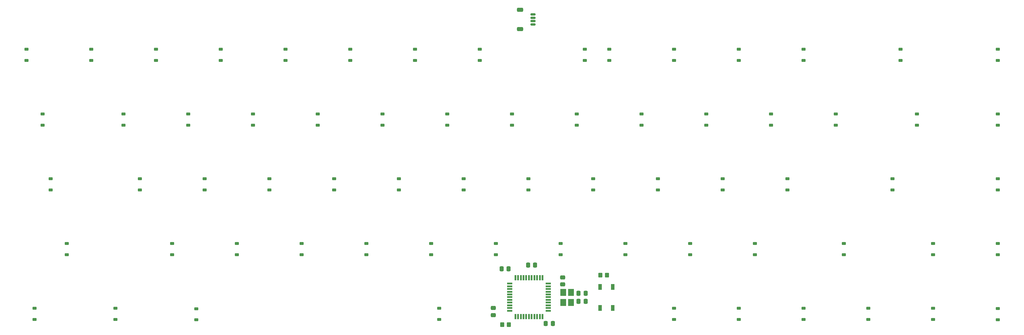
<source format=gbr>
%TF.GenerationSoftware,KiCad,Pcbnew,9.0.1*%
%TF.CreationDate,2025-04-24T13:53:35-06:00*%
%TF.ProjectId,PCBv1,50434276-312e-46b6-9963-61645f706362,rev?*%
%TF.SameCoordinates,Original*%
%TF.FileFunction,Paste,Bot*%
%TF.FilePolarity,Positive*%
%FSLAX46Y46*%
G04 Gerber Fmt 4.6, Leading zero omitted, Abs format (unit mm)*
G04 Created by KiCad (PCBNEW 9.0.1) date 2025-04-24 13:53:35*
%MOMM*%
%LPD*%
G01*
G04 APERTURE LIST*
G04 Aperture macros list*
%AMRoundRect*
0 Rectangle with rounded corners*
0 $1 Rounding radius*
0 $2 $3 $4 $5 $6 $7 $8 $9 X,Y pos of 4 corners*
0 Add a 4 corners polygon primitive as box body*
4,1,4,$2,$3,$4,$5,$6,$7,$8,$9,$2,$3,0*
0 Add four circle primitives for the rounded corners*
1,1,$1+$1,$2,$3*
1,1,$1+$1,$4,$5*
1,1,$1+$1,$6,$7*
1,1,$1+$1,$8,$9*
0 Add four rect primitives between the rounded corners*
20,1,$1+$1,$2,$3,$4,$5,0*
20,1,$1+$1,$4,$5,$6,$7,0*
20,1,$1+$1,$6,$7,$8,$9,0*
20,1,$1+$1,$8,$9,$2,$3,0*%
G04 Aperture macros list end*
%ADD10RoundRect,0.225000X0.375000X-0.225000X0.375000X0.225000X-0.375000X0.225000X-0.375000X-0.225000X0*%
%ADD11RoundRect,0.250000X0.350000X0.450000X-0.350000X0.450000X-0.350000X-0.450000X0.350000X-0.450000X0*%
%ADD12RoundRect,0.250000X0.337500X0.475000X-0.337500X0.475000X-0.337500X-0.475000X0.337500X-0.475000X0*%
%ADD13RoundRect,0.250000X-0.475000X0.337500X-0.475000X-0.337500X0.475000X-0.337500X0.475000X0.337500X0*%
%ADD14RoundRect,0.150000X0.625000X-0.150000X0.625000X0.150000X-0.625000X0.150000X-0.625000X-0.150000X0*%
%ADD15RoundRect,0.250000X0.650000X-0.350000X0.650000X0.350000X-0.650000X0.350000X-0.650000X-0.350000X0*%
%ADD16R,1.100000X1.800000*%
%ADD17RoundRect,0.250000X-0.337500X-0.475000X0.337500X-0.475000X0.337500X0.475000X-0.337500X0.475000X0*%
%ADD18RoundRect,0.250000X0.475000X-0.337500X0.475000X0.337500X-0.475000X0.337500X-0.475000X-0.337500X0*%
%ADD19R,0.550000X1.500000*%
%ADD20R,1.500000X0.550000*%
%ADD21R,1.800000X2.100000*%
G04 APERTURE END LIST*
D10*
%TO.C,D52*%
X209867500Y-136525000D03*
X209867500Y-133225000D03*
%TD*%
%TO.C,D10*%
X236061250Y-79375000D03*
X236061250Y-76075000D03*
%TD*%
%TO.C,D41*%
X257492500Y-117475000D03*
X257492500Y-114175000D03*
%TD*%
%TO.C,D62*%
X121761250Y-155700000D03*
X121761250Y-152400000D03*
%TD*%
%TO.C,D67*%
X319405000Y-155575000D03*
X319405000Y-152275000D03*
%TD*%
%TO.C,D36*%
X162242500Y-117475000D03*
X162242500Y-114175000D03*
%TD*%
%TO.C,D49*%
X152717500Y-136525000D03*
X152717500Y-133225000D03*
%TD*%
%TO.C,D56*%
X286067500Y-136525000D03*
X286067500Y-133225000D03*
%TD*%
D11*
%TO.C,R5*%
X242554000Y-142494000D03*
X240554000Y-142494000D03*
%TD*%
D10*
%TO.C,D47*%
X114617500Y-136525000D03*
X114617500Y-133225000D03*
%TD*%
D12*
%TO.C,C6*%
X236263000Y-150241000D03*
X234188000Y-150241000D03*
%TD*%
D10*
%TO.C,D28*%
X290830000Y-98425000D03*
X290830000Y-95125000D03*
%TD*%
%TO.C,D35*%
X143192500Y-117475000D03*
X143192500Y-114175000D03*
%TD*%
D13*
%TO.C,C2*%
X229532000Y-143183700D03*
X229532000Y-145258700D03*
%TD*%
D10*
%TO.C,D6*%
X147955000Y-79375000D03*
X147955000Y-76075000D03*
%TD*%
%TO.C,D57*%
X312261250Y-136525000D03*
X312261250Y-133225000D03*
%TD*%
D14*
%TO.C,J2*%
X220821000Y-68810000D03*
X220821000Y-67810000D03*
X220821000Y-66810000D03*
X220821000Y-65810000D03*
D15*
X216946000Y-70110000D03*
X216946000Y-64510000D03*
%TD*%
D10*
%TO.C,D22*%
X176530000Y-98425000D03*
X176530000Y-95125000D03*
%TD*%
%TO.C,D44*%
X326548750Y-117475000D03*
X326548750Y-114175000D03*
%TD*%
%TO.C,D43*%
X295592500Y-117475000D03*
X295592500Y-114175000D03*
%TD*%
%TO.C,D3*%
X90805000Y-79375000D03*
X90805000Y-76075000D03*
%TD*%
%TO.C,D16*%
X357505000Y-79375000D03*
X357505000Y-76075000D03*
%TD*%
%TO.C,D29*%
X309880000Y-98425000D03*
X309880000Y-95125000D03*
%TD*%
%TO.C,D33*%
X105092500Y-117475000D03*
X105092500Y-114175000D03*
%TD*%
%TO.C,D45*%
X357505000Y-117475000D03*
X357505000Y-114175000D03*
%TD*%
%TO.C,D31*%
X357505000Y-98425000D03*
X357505000Y-95125000D03*
%TD*%
%TO.C,D68*%
X338455000Y-155575000D03*
X338455000Y-152275000D03*
%TD*%
%TO.C,D30*%
X333692500Y-98425000D03*
X333692500Y-95125000D03*
%TD*%
%TO.C,D46*%
X83661250Y-136525000D03*
X83661250Y-133225000D03*
%TD*%
%TO.C,D5*%
X128905000Y-79375000D03*
X128905000Y-76075000D03*
%TD*%
%TO.C,D38*%
X200342500Y-117475000D03*
X200342500Y-114175000D03*
%TD*%
%TO.C,D34*%
X124142500Y-117475000D03*
X124142500Y-114175000D03*
%TD*%
D12*
%TO.C,C7*%
X236237600Y-147904200D03*
X234162600Y-147904200D03*
%TD*%
D10*
%TO.C,D42*%
X276542500Y-117475000D03*
X276542500Y-114175000D03*
%TD*%
%TO.C,D69*%
X357505000Y-155637500D03*
X357505000Y-152337500D03*
%TD*%
D16*
%TO.C,SW2*%
X240521000Y-145998000D03*
X240521000Y-152198000D03*
X244221000Y-145998000D03*
X244221000Y-152198000D03*
%TD*%
D10*
%TO.C,D55*%
X267017500Y-136525000D03*
X267017500Y-133225000D03*
%TD*%
%TO.C,D24*%
X214630000Y-98425000D03*
X214630000Y-95125000D03*
%TD*%
%TO.C,D23*%
X195580000Y-98425000D03*
X195580000Y-95125000D03*
%TD*%
%TO.C,D63*%
X193198750Y-155575000D03*
X193198750Y-152275000D03*
%TD*%
%TO.C,D64*%
X262255000Y-155575000D03*
X262255000Y-152275000D03*
%TD*%
%TO.C,D40*%
X238442500Y-117475000D03*
X238442500Y-114175000D03*
%TD*%
%TO.C,D13*%
X281305000Y-79375000D03*
X281305000Y-76075000D03*
%TD*%
%TO.C,D58*%
X338455000Y-136525000D03*
X338455000Y-133225000D03*
%TD*%
%TO.C,D60*%
X74136250Y-155575000D03*
X74136250Y-152275000D03*
%TD*%
%TO.C,D61*%
X97948750Y-155575000D03*
X97948750Y-152275000D03*
%TD*%
%TO.C,D18*%
X100330000Y-98425000D03*
X100330000Y-95125000D03*
%TD*%
D12*
%TO.C,C5*%
X213592500Y-140712500D03*
X211517500Y-140712500D03*
%TD*%
D17*
%TO.C,C4*%
X224514500Y-156718000D03*
X226589500Y-156718000D03*
%TD*%
D10*
%TO.C,D39*%
X219392500Y-117475000D03*
X219392500Y-114175000D03*
%TD*%
%TO.C,D11*%
X243205000Y-79375000D03*
X243205000Y-76075000D03*
%TD*%
D18*
%TO.C,C3*%
X209092500Y-154287500D03*
X209092500Y-152212500D03*
%TD*%
D10*
%TO.C,D54*%
X247967500Y-136525000D03*
X247967500Y-133225000D03*
%TD*%
%TO.C,D14*%
X300355000Y-79375000D03*
X300355000Y-76075000D03*
%TD*%
%TO.C,D51*%
X190817500Y-136525000D03*
X190817500Y-133225000D03*
%TD*%
%TO.C,D48*%
X133667500Y-136525000D03*
X133667500Y-133225000D03*
%TD*%
%TO.C,D66*%
X300355000Y-155575000D03*
X300355000Y-152275000D03*
%TD*%
%TO.C,D19*%
X119380000Y-98425000D03*
X119380000Y-95125000D03*
%TD*%
%TO.C,D20*%
X138430000Y-98425000D03*
X138430000Y-95125000D03*
%TD*%
%TO.C,D65*%
X281305000Y-155575000D03*
X281305000Y-152275000D03*
%TD*%
%TO.C,D32*%
X78898750Y-117475000D03*
X78898750Y-114175000D03*
%TD*%
%TO.C,D7*%
X167005000Y-79375000D03*
X167005000Y-76075000D03*
%TD*%
%TO.C,D15*%
X328930000Y-79375000D03*
X328930000Y-76075000D03*
%TD*%
D19*
%TO.C,U1*%
X215586250Y-143312500D03*
X216386250Y-143312500D03*
X217186250Y-143312500D03*
X217986250Y-143312500D03*
X218786250Y-143312500D03*
X219586250Y-143312500D03*
X220386250Y-143312500D03*
X221186250Y-143312500D03*
X221986250Y-143312500D03*
X222786250Y-143312500D03*
X223586250Y-143312500D03*
D20*
X225286250Y-145012500D03*
X225286250Y-145812500D03*
X225286250Y-146612500D03*
X225286250Y-147412500D03*
X225286250Y-148212500D03*
X225286250Y-149012500D03*
X225286250Y-149812500D03*
X225286250Y-150612500D03*
X225286250Y-151412500D03*
X225286250Y-152212500D03*
X225286250Y-153012500D03*
D19*
X223586250Y-154712500D03*
X222786250Y-154712500D03*
X221986250Y-154712500D03*
X221186250Y-154712500D03*
X220386250Y-154712500D03*
X219586250Y-154712500D03*
X218786250Y-154712500D03*
X217986250Y-154712500D03*
X217186250Y-154712500D03*
X216386250Y-154712500D03*
X215586250Y-154712500D03*
D20*
X213886250Y-153012500D03*
X213886250Y-152212500D03*
X213886250Y-151412500D03*
X213886250Y-150612500D03*
X213886250Y-149812500D03*
X213886250Y-149012500D03*
X213886250Y-148212500D03*
X213886250Y-147412500D03*
X213886250Y-146612500D03*
X213886250Y-145812500D03*
X213886250Y-145012500D03*
%TD*%
D10*
%TO.C,D12*%
X262255000Y-79375000D03*
X262255000Y-76075000D03*
%TD*%
%TO.C,D8*%
X186055000Y-79375000D03*
X186055000Y-76075000D03*
%TD*%
%TO.C,D17*%
X76517500Y-98425000D03*
X76517500Y-95125000D03*
%TD*%
%TO.C,D27*%
X271780000Y-98425000D03*
X271780000Y-95125000D03*
%TD*%
%TO.C,D37*%
X181292500Y-117475000D03*
X181292500Y-114175000D03*
%TD*%
%TO.C,D26*%
X252730000Y-98425000D03*
X252730000Y-95125000D03*
%TD*%
%TO.C,D59*%
X357505000Y-136525000D03*
X357505000Y-133225000D03*
%TD*%
D11*
%TO.C,R1*%
X213709000Y-157099000D03*
X211709000Y-157099000D03*
%TD*%
D10*
%TO.C,D2*%
X71755000Y-79375000D03*
X71755000Y-76075000D03*
%TD*%
%TO.C,D9*%
X205105000Y-79375000D03*
X205105000Y-76075000D03*
%TD*%
%TO.C,D21*%
X157480000Y-98425000D03*
X157480000Y-95125000D03*
%TD*%
%TO.C,D53*%
X228917500Y-136525000D03*
X228917500Y-133225000D03*
%TD*%
D12*
%TO.C,C1*%
X221382500Y-139573000D03*
X219307500Y-139573000D03*
%TD*%
D10*
%TO.C,D25*%
X233680000Y-98425000D03*
X233680000Y-95125000D03*
%TD*%
%TO.C,D50*%
X171767500Y-136525000D03*
X171767500Y-133225000D03*
%TD*%
D21*
%TO.C,Y1*%
X229659000Y-150550200D03*
X229659000Y-147650200D03*
X231959000Y-147650200D03*
X231959000Y-150550200D03*
%TD*%
D10*
%TO.C,D4*%
X109855000Y-79375000D03*
X109855000Y-76075000D03*
%TD*%
M02*

</source>
